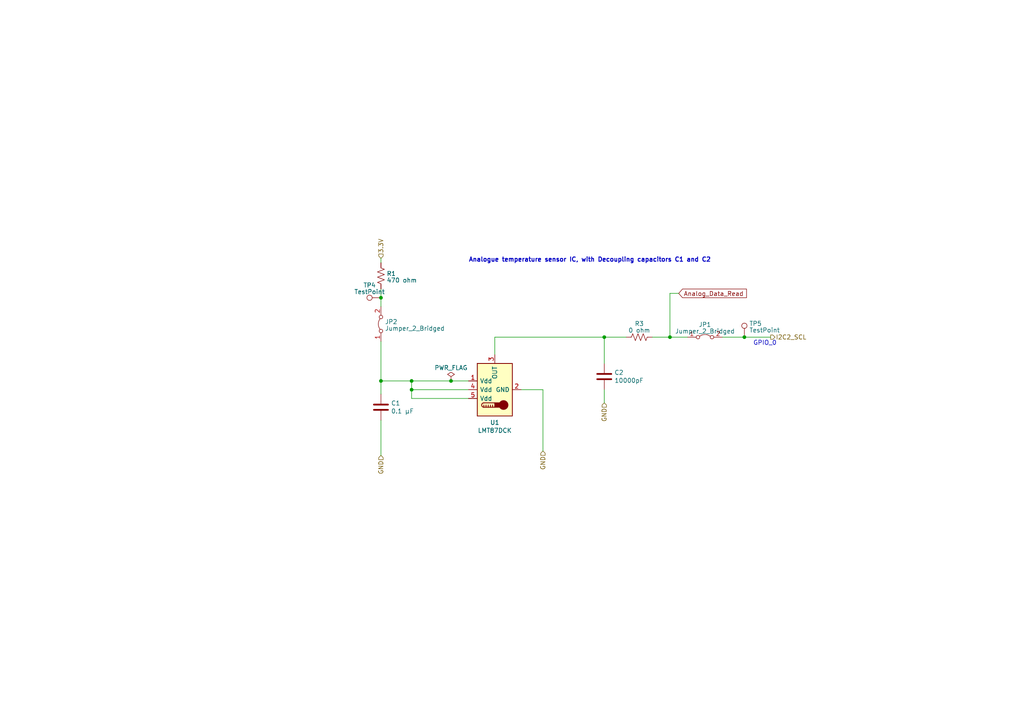
<source format=kicad_sch>
(kicad_sch (version 20230121) (generator eeschema)

  (uuid ba80147f-dc82-4fcf-845a-23f039ad7409)

  (paper "A4")

  (title_block
    (title "Analogue Temp Sensor")
    (date "2023-03-20")
    (rev "v0.11")
    (company "University of Cape Town")
    (comment 4 "Author: Joachim Gengan")
  )

  (lib_symbols
    (symbol "Connector:TestPoint" (pin_numbers hide) (pin_names (offset 0.762) hide) (in_bom yes) (on_board yes)
      (property "Reference" "TP" (at 0 6.858 0)
        (effects (font (size 1.27 1.27)))
      )
      (property "Value" "TestPoint" (at 0 5.08 0)
        (effects (font (size 1.27 1.27)))
      )
      (property "Footprint" "" (at 5.08 0 0)
        (effects (font (size 1.27 1.27)) hide)
      )
      (property "Datasheet" "~" (at 5.08 0 0)
        (effects (font (size 1.27 1.27)) hide)
      )
      (property "ki_keywords" "test point tp" (at 0 0 0)
        (effects (font (size 1.27 1.27)) hide)
      )
      (property "ki_description" "test point" (at 0 0 0)
        (effects (font (size 1.27 1.27)) hide)
      )
      (property "ki_fp_filters" "Pin* Test*" (at 0 0 0)
        (effects (font (size 1.27 1.27)) hide)
      )
      (symbol "TestPoint_0_1"
        (circle (center 0 3.302) (radius 0.762)
          (stroke (width 0) (type default))
          (fill (type none))
        )
      )
      (symbol "TestPoint_1_1"
        (pin passive line (at 0 0 90) (length 2.54)
          (name "1" (effects (font (size 1.27 1.27))))
          (number "1" (effects (font (size 1.27 1.27))))
        )
      )
    )
    (symbol "Device:C" (pin_numbers hide) (pin_names (offset 0.254)) (in_bom yes) (on_board yes)
      (property "Reference" "C" (at 0.635 2.54 0)
        (effects (font (size 1.27 1.27)) (justify left))
      )
      (property "Value" "C" (at 0.635 -2.54 0)
        (effects (font (size 1.27 1.27)) (justify left))
      )
      (property "Footprint" "" (at 0.9652 -3.81 0)
        (effects (font (size 1.27 1.27)) hide)
      )
      (property "Datasheet" "~" (at 0 0 0)
        (effects (font (size 1.27 1.27)) hide)
      )
      (property "ki_keywords" "cap capacitor" (at 0 0 0)
        (effects (font (size 1.27 1.27)) hide)
      )
      (property "ki_description" "Unpolarized capacitor" (at 0 0 0)
        (effects (font (size 1.27 1.27)) hide)
      )
      (property "ki_fp_filters" "C_*" (at 0 0 0)
        (effects (font (size 1.27 1.27)) hide)
      )
      (symbol "C_0_1"
        (polyline
          (pts
            (xy -2.032 -0.762)
            (xy 2.032 -0.762)
          )
          (stroke (width 0.508) (type default))
          (fill (type none))
        )
        (polyline
          (pts
            (xy -2.032 0.762)
            (xy 2.032 0.762)
          )
          (stroke (width 0.508) (type default))
          (fill (type none))
        )
      )
      (symbol "C_1_1"
        (pin passive line (at 0 3.81 270) (length 2.794)
          (name "~" (effects (font (size 1.27 1.27))))
          (number "1" (effects (font (size 1.27 1.27))))
        )
        (pin passive line (at 0 -3.81 90) (length 2.794)
          (name "~" (effects (font (size 1.27 1.27))))
          (number "2" (effects (font (size 1.27 1.27))))
        )
      )
    )
    (symbol "Device:R_US" (pin_numbers hide) (pin_names (offset 0)) (in_bom yes) (on_board yes)
      (property "Reference" "R" (at 2.54 0 90)
        (effects (font (size 1.27 1.27)))
      )
      (property "Value" "R_US" (at -2.54 0 90)
        (effects (font (size 1.27 1.27)))
      )
      (property "Footprint" "" (at 1.016 -0.254 90)
        (effects (font (size 1.27 1.27)) hide)
      )
      (property "Datasheet" "~" (at 0 0 0)
        (effects (font (size 1.27 1.27)) hide)
      )
      (property "ki_keywords" "R res resistor" (at 0 0 0)
        (effects (font (size 1.27 1.27)) hide)
      )
      (property "ki_description" "Resistor, US symbol" (at 0 0 0)
        (effects (font (size 1.27 1.27)) hide)
      )
      (property "ki_fp_filters" "R_*" (at 0 0 0)
        (effects (font (size 1.27 1.27)) hide)
      )
      (symbol "R_US_0_1"
        (polyline
          (pts
            (xy 0 -2.286)
            (xy 0 -2.54)
          )
          (stroke (width 0) (type default))
          (fill (type none))
        )
        (polyline
          (pts
            (xy 0 2.286)
            (xy 0 2.54)
          )
          (stroke (width 0) (type default))
          (fill (type none))
        )
        (polyline
          (pts
            (xy 0 -0.762)
            (xy 1.016 -1.143)
            (xy 0 -1.524)
            (xy -1.016 -1.905)
            (xy 0 -2.286)
          )
          (stroke (width 0) (type default))
          (fill (type none))
        )
        (polyline
          (pts
            (xy 0 0.762)
            (xy 1.016 0.381)
            (xy 0 0)
            (xy -1.016 -0.381)
            (xy 0 -0.762)
          )
          (stroke (width 0) (type default))
          (fill (type none))
        )
        (polyline
          (pts
            (xy 0 2.286)
            (xy 1.016 1.905)
            (xy 0 1.524)
            (xy -1.016 1.143)
            (xy 0 0.762)
          )
          (stroke (width 0) (type default))
          (fill (type none))
        )
      )
      (symbol "R_US_1_1"
        (pin passive line (at 0 3.81 270) (length 1.27)
          (name "~" (effects (font (size 1.27 1.27))))
          (number "1" (effects (font (size 1.27 1.27))))
        )
        (pin passive line (at 0 -3.81 90) (length 1.27)
          (name "~" (effects (font (size 1.27 1.27))))
          (number "2" (effects (font (size 1.27 1.27))))
        )
      )
    )
    (symbol "Jumper:Jumper_2_Bridged" (pin_names (offset 0) hide) (in_bom yes) (on_board yes)
      (property "Reference" "JP" (at 0 1.905 0)
        (effects (font (size 1.27 1.27)))
      )
      (property "Value" "Jumper_2_Bridged" (at 0 -2.54 0)
        (effects (font (size 1.27 1.27)))
      )
      (property "Footprint" "" (at 0 0 0)
        (effects (font (size 1.27 1.27)) hide)
      )
      (property "Datasheet" "~" (at 0 0 0)
        (effects (font (size 1.27 1.27)) hide)
      )
      (property "ki_keywords" "Jumper SPST" (at 0 0 0)
        (effects (font (size 1.27 1.27)) hide)
      )
      (property "ki_description" "Jumper, 2-pole, closed/bridged" (at 0 0 0)
        (effects (font (size 1.27 1.27)) hide)
      )
      (property "ki_fp_filters" "Jumper* TestPoint*2Pads* TestPoint*Bridge*" (at 0 0 0)
        (effects (font (size 1.27 1.27)) hide)
      )
      (symbol "Jumper_2_Bridged_0_0"
        (circle (center -2.032 0) (radius 0.508)
          (stroke (width 0) (type default))
          (fill (type none))
        )
        (circle (center 2.032 0) (radius 0.508)
          (stroke (width 0) (type default))
          (fill (type none))
        )
      )
      (symbol "Jumper_2_Bridged_0_1"
        (arc (start 1.524 0.254) (mid 0 0.762) (end -1.524 0.254)
          (stroke (width 0) (type default))
          (fill (type none))
        )
      )
      (symbol "Jumper_2_Bridged_1_1"
        (pin passive line (at -5.08 0 0) (length 2.54)
          (name "A" (effects (font (size 1.27 1.27))))
          (number "1" (effects (font (size 1.27 1.27))))
        )
        (pin passive line (at 5.08 0 180) (length 2.54)
          (name "B" (effects (font (size 1.27 1.27))))
          (number "2" (effects (font (size 1.27 1.27))))
        )
      )
    )
    (symbol "power:PWR_FLAG" (power) (pin_numbers hide) (pin_names (offset 0) hide) (in_bom yes) (on_board yes)
      (property "Reference" "#FLG" (at 0 1.905 0)
        (effects (font (size 1.27 1.27)) hide)
      )
      (property "Value" "PWR_FLAG" (at 0 3.81 0)
        (effects (font (size 1.27 1.27)))
      )
      (property "Footprint" "" (at 0 0 0)
        (effects (font (size 1.27 1.27)) hide)
      )
      (property "Datasheet" "~" (at 0 0 0)
        (effects (font (size 1.27 1.27)) hide)
      )
      (property "ki_keywords" "flag power" (at 0 0 0)
        (effects (font (size 1.27 1.27)) hide)
      )
      (property "ki_description" "Special symbol for telling ERC where power comes from" (at 0 0 0)
        (effects (font (size 1.27 1.27)) hide)
      )
      (symbol "PWR_FLAG_0_0"
        (pin power_out line (at 0 0 90) (length 0)
          (name "pwr" (effects (font (size 1.27 1.27))))
          (number "1" (effects (font (size 1.27 1.27))))
        )
      )
      (symbol "PWR_FLAG_0_1"
        (polyline
          (pts
            (xy 0 0)
            (xy 0 1.27)
            (xy -1.016 1.905)
            (xy 0 2.54)
            (xy 1.016 1.905)
            (xy 0 1.27)
          )
          (stroke (width 0) (type default))
          (fill (type none))
        )
      )
    )
    (symbol "schematicDraft-rescue:LMT87DCK-Sensor_Temperature" (pin_names (offset 0.762)) (in_bom yes) (on_board yes)
      (property "Reference" "U" (at -6.35 6.35 0)
        (effects (font (size 1.27 1.27)))
      )
      (property "Value" "Sensor_Temperature_LMT87DCK" (at 5.08 6.35 0)
        (effects (font (size 1.27 1.27)) (justify left))
      )
      (property "Footprint" "Package_TO_SOT_SMD:SOT-353_SC-70-5" (at 0 -10.16 0)
        (effects (font (size 1.27 1.27)) hide)
      )
      (property "Datasheet" "" (at 0 0 0)
        (effects (font (size 1.27 1.27)) hide)
      )
      (property "ki_fp_filters" "SC-70-*" (at 0 0 0)
        (effects (font (size 1.27 1.27)) hide)
      )
      (symbol "LMT87DCK-Sensor_Temperature_0_1"
        (rectangle (start -7.62 5.08) (end 7.62 -5.08)
          (stroke (width 0.254) (type solid))
          (fill (type background))
        )
        (circle (center -4.445 -2.54) (radius 1.27)
          (stroke (width 0.254) (type solid))
          (fill (type outline))
        )
        (rectangle (start -3.81 -1.905) (end -5.08 0)
          (stroke (width 0.254) (type solid))
          (fill (type outline))
        )
        (arc (start -3.81 3.175) (mid -4.445 3.8073) (end -5.08 3.175)
          (stroke (width 0.254) (type solid))
          (fill (type none))
        )
        (polyline
          (pts
            (xy -5.08 0.635)
            (xy -4.445 0.635)
          )
          (stroke (width 0.254) (type solid))
          (fill (type none))
        )
        (polyline
          (pts
            (xy -5.08 1.27)
            (xy -4.445 1.27)
          )
          (stroke (width 0.254) (type solid))
          (fill (type none))
        )
        (polyline
          (pts
            (xy -5.08 1.905)
            (xy -4.445 1.905)
          )
          (stroke (width 0.254) (type solid))
          (fill (type none))
        )
        (polyline
          (pts
            (xy -5.08 2.54)
            (xy -4.445 2.54)
          )
          (stroke (width 0.254) (type solid))
          (fill (type none))
        )
        (polyline
          (pts
            (xy -5.08 3.175)
            (xy -5.08 0)
          )
          (stroke (width 0.254) (type solid))
          (fill (type none))
        )
        (polyline
          (pts
            (xy -5.08 3.175)
            (xy -4.445 3.175)
          )
          (stroke (width 0.254) (type solid))
          (fill (type none))
        )
        (polyline
          (pts
            (xy -3.81 3.175)
            (xy -3.81 0)
          )
          (stroke (width 0.254) (type solid))
          (fill (type none))
        )
      )
      (symbol "LMT87DCK-Sensor_Temperature_1_1"
        (pin power_in line (at 2.54 7.62 270) (length 2.54)
          (name "Vdd" (effects (font (size 1.27 1.27))))
          (number "1" (effects (font (size 1.27 1.27))))
        )
        (pin power_in line (at 0 -7.62 90) (length 2.54)
          (name "GND" (effects (font (size 1.27 1.27))))
          (number "2" (effects (font (size 1.27 1.27))))
        )
        (pin output line (at 10.16 0 180) (length 2.54)
          (name "OUT" (effects (font (size 1.27 1.27))))
          (number "3" (effects (font (size 1.27 1.27))))
        )
        (pin power_in line (at 0 7.62 270) (length 2.54)
          (name "Vdd" (effects (font (size 1.27 1.27))))
          (number "4" (effects (font (size 1.27 1.27))))
        )
        (pin power_in line (at -2.54 7.62 270) (length 2.54)
          (name "Vdd" (effects (font (size 1.27 1.27))))
          (number "5" (effects (font (size 1.27 1.27))))
        )
      )
    )
  )


  (junction (at 110.49 86.36) (diameter 0) (color 0 0 0 0)
    (uuid 28372600-d310-47ca-8af3-99f8770e4ce1)
  )
  (junction (at 215.9 97.79) (diameter 0) (color 0 0 0 0)
    (uuid 2d530c79-e4ca-41fe-a3f3-7d641cec175c)
  )
  (junction (at 194.31 97.79) (diameter 0) (color 0 0 0 0)
    (uuid 2e9b419a-2215-401f-8575-6832ca76b67d)
  )
  (junction (at 130.81 110.49) (diameter 0) (color 0 0 0 0)
    (uuid 7a937f71-46f3-4137-8186-2b2daffc32d5)
  )
  (junction (at 119.38 113.03) (diameter 0) (color 0 0 0 0)
    (uuid 86b96dae-0d37-488a-baac-b9359b804d43)
  )
  (junction (at 175.26 97.79) (diameter 0) (color 0 0 0 0)
    (uuid 9374314b-edce-465f-ac1a-3aa888a7316b)
  )
  (junction (at 110.49 110.49) (diameter 0) (color 0 0 0 0)
    (uuid a8f4d13e-7f3a-4e3b-983a-b73a65ba43db)
  )
  (junction (at 119.38 110.49) (diameter 0) (color 0 0 0 0)
    (uuid d16e3437-b4ce-49ab-9539-1107b97eeb38)
  )

  (wire (pts (xy 119.38 110.49) (xy 130.81 110.49))
    (stroke (width 0) (type default))
    (uuid 047cdf15-d85b-4cc4-bed0-6b491201078c)
  )
  (wire (pts (xy 135.89 113.03) (xy 119.38 113.03))
    (stroke (width 0) (type default))
    (uuid 07189593-fd73-468e-ad26-58945323668e)
  )
  (wire (pts (xy 157.48 113.03) (xy 157.48 130.81))
    (stroke (width 0) (type default))
    (uuid 135db79c-9eeb-4bdf-ac3c-0919c9cb497c)
  )
  (wire (pts (xy 189.23 97.79) (xy 194.31 97.79))
    (stroke (width 0) (type default))
    (uuid 2ce26b72-c2fe-45e8-a6f8-ee9877d5d515)
  )
  (wire (pts (xy 143.51 102.87) (xy 143.51 97.79))
    (stroke (width 0) (type default))
    (uuid 2d8a2f15-f0ea-4083-8c59-9f0aa2c14332)
  )
  (wire (pts (xy 151.13 113.03) (xy 157.48 113.03))
    (stroke (width 0) (type default))
    (uuid 2f854620-7d83-4837-917e-3b6549a93e79)
  )
  (wire (pts (xy 110.49 74.93) (xy 110.49 76.2))
    (stroke (width 0) (type default))
    (uuid 35cbad9f-4097-4499-8124-a1d9f67297e7)
  )
  (wire (pts (xy 194.31 85.09) (xy 194.31 97.79))
    (stroke (width 0) (type default))
    (uuid 399c8fc1-03e2-45af-8441-a4a1f3fba039)
  )
  (wire (pts (xy 110.49 83.82) (xy 110.49 86.36))
    (stroke (width 0) (type default))
    (uuid 4ca8552f-1b17-4a34-84ff-5ee875291659)
  )
  (wire (pts (xy 110.49 86.36) (xy 110.49 88.9))
    (stroke (width 0) (type default))
    (uuid 4d1d65f6-65a4-4b7b-985f-1b8909facd82)
  )
  (wire (pts (xy 135.89 115.57) (xy 119.38 115.57))
    (stroke (width 0) (type default))
    (uuid 5ae23412-7f84-4363-9c36-87883959ba25)
  )
  (wire (pts (xy 110.49 110.49) (xy 119.38 110.49))
    (stroke (width 0) (type default))
    (uuid 622fa073-3e5d-4409-8b93-12ff2c73028b)
  )
  (wire (pts (xy 196.85 85.09) (xy 194.31 85.09))
    (stroke (width 0) (type default))
    (uuid 6b589c50-c62d-47bc-8120-234464f1b645)
  )
  (wire (pts (xy 215.9 97.79) (xy 223.52 97.79))
    (stroke (width 0) (type default))
    (uuid 7083a98d-53e8-49ff-aee2-1a3496de2724)
  )
  (wire (pts (xy 110.49 99.06) (xy 110.49 110.49))
    (stroke (width 0) (type default))
    (uuid 9278cf18-27c0-43e5-92b1-44cea2bca44e)
  )
  (wire (pts (xy 209.55 97.79) (xy 215.9 97.79))
    (stroke (width 0) (type default))
    (uuid 9ddd4004-64fb-4313-9187-e286c2a820d6)
  )
  (wire (pts (xy 175.26 113.03) (xy 175.26 116.84))
    (stroke (width 0) (type default))
    (uuid a7dc194a-464c-41a7-b182-87f24d862ae1)
  )
  (wire (pts (xy 119.38 115.57) (xy 119.38 113.03))
    (stroke (width 0) (type default))
    (uuid a8105ad2-fffd-421c-92f0-48a99a53fba3)
  )
  (wire (pts (xy 110.49 132.08) (xy 110.49 121.92))
    (stroke (width 0) (type default))
    (uuid a9238270-a499-44d7-83d1-73a544942f19)
  )
  (wire (pts (xy 119.38 113.03) (xy 119.38 110.49))
    (stroke (width 0) (type default))
    (uuid ce8d5c70-2ed6-4878-8a06-cfaa89d7adfc)
  )
  (wire (pts (xy 175.26 97.79) (xy 181.61 97.79))
    (stroke (width 0) (type default))
    (uuid d6e20066-3656-49ce-bc7a-efd0f9106d69)
  )
  (wire (pts (xy 194.31 97.79) (xy 199.39 97.79))
    (stroke (width 0) (type default))
    (uuid e532d03e-74a9-49e3-88a6-05ff58b09c20)
  )
  (wire (pts (xy 130.81 110.49) (xy 135.89 110.49))
    (stroke (width 0) (type default))
    (uuid ecb2d9e3-edbc-41b1-9e60-3aac87cde711)
  )
  (wire (pts (xy 175.26 97.79) (xy 175.26 105.41))
    (stroke (width 0) (type default))
    (uuid ef55c3a9-508b-401c-9a57-15a85c413f56)
  )
  (wire (pts (xy 110.49 110.49) (xy 110.49 114.3))
    (stroke (width 0) (type default))
    (uuid f2414591-2587-4673-84ff-12cf246d9832)
  )
  (wire (pts (xy 143.51 97.79) (xy 175.26 97.79))
    (stroke (width 0) (type default))
    (uuid fbe2f312-d208-4f2d-b1c7-7c9e936e3592)
  )

  (text "GPIO_0" (at 218.44 100.33 0)
    (effects (font (size 1.27 1.27)) (justify left bottom))
    (uuid 1f428d1a-8777-4482-85dd-b32ebbb2046e)
  )
  (text "Analogue temperature sensor IC, with Decoupling capacitors C1 and C2"
    (at 135.89 76.2 0)
    (effects (font (size 1.27 1.27) (thickness 0.254) bold) (justify left bottom))
    (uuid c03389d1-f897-400c-8049-8a263a8d11f5)
  )

  (global_label "Analog_Data_Read" (shape input) (at 196.85 85.09 0) (fields_autoplaced)
    (effects (font (size 1.27 1.27)) (justify left))
    (uuid 1c7607e1-707d-47fc-a8ad-5b4c30bfb5e6)
    (property "Intersheetrefs" "${INTERSHEET_REFS}" (at 216.3369 85.09 0)
      (effects (font (size 1.27 1.27)) (justify left) hide)
    )
  )

  (hierarchical_label "3.3V" (shape input) (at 110.49 74.93 90) (fields_autoplaced)
    (effects (font (size 1.27 1.27)) (justify left))
    (uuid 2cfb9182-c961-4f5e-9aab-c262d2c8eb4b)
  )
  (hierarchical_label "GND" (shape input) (at 157.48 130.81 270) (fields_autoplaced)
    (effects (font (size 1.27 1.27)) (justify right))
    (uuid 31e1cc59-657b-4c77-8289-256d6200bf70)
  )
  (hierarchical_label "GND" (shape input) (at 175.26 116.84 270) (fields_autoplaced)
    (effects (font (size 1.27 1.27)) (justify right))
    (uuid 6466a2a4-eaa5-4b2c-aa8c-ed74e9e87d08)
  )
  (hierarchical_label "GND" (shape input) (at 110.49 132.08 270) (fields_autoplaced)
    (effects (font (size 1.27 1.27)) (justify right))
    (uuid d3a4c037-503a-454e-abce-a5d0473f0daa)
  )
  (hierarchical_label "I2C2_SCL" (shape output) (at 223.52 97.79 0) (fields_autoplaced)
    (effects (font (size 1.27 1.27)) (justify left))
    (uuid e877cf26-b9b9-4585-b70e-74b136c3dc8f)
  )

  (symbol (lib_id "schematicDraft-rescue:LMT87DCK-Sensor_Temperature") (at 143.51 113.03 90) (unit 1)
    (in_bom yes) (on_board yes) (dnp no)
    (uuid 00000000-0000-0000-0000-00006404ab95)
    (property "Reference" "U1" (at 143.51 122.555 90)
      (effects (font (size 1.27 1.27)))
    )
    (property "Value" "LMT87DCK" (at 143.51 124.8664 90)
      (effects (font (size 1.27 1.27)))
    )
    (property "Footprint" "Package_TO_SOT_SMD:SOT-353_SC-70-5" (at 153.67 113.03 0)
      (effects (font (size 1.27 1.27)) hide)
    )
    (property "Datasheet" "http://www.ti.com/lit/ds/symlink/lmt87-q1.pdf" (at 143.51 113.03 0)
      (effects (font (size 1.27 1.27)) hide)
    )
    (property "Cost Per unit" "$0.9435" (at 143.51 113.03 0)
      (effects (font (size 1.27 1.27)) hide)
    )
    (property "JLC Part Number" "C206058" (at 143.51 113.03 0)
      (effects (font (size 1.27 1.27)) hide)
    )
    (property "Total Cost" "$0.9435" (at 143.51 113.03 0)
      (effects (font (size 1.27 1.27)) hide)
    )
    (pin "1" (uuid a34886c4-c4f2-4c86-bd47-220d6d543944))
    (pin "2" (uuid 831b9164-5138-40ed-bd2e-c7d95d8d9a02))
    (pin "3" (uuid 1ca6c823-2946-4ac5-a0e1-c94523f711ee))
    (pin "4" (uuid 850c654f-9687-4f5a-b744-94b12a3f0e3b))
    (pin "5" (uuid cbc840b4-6d1c-4a8a-b565-0b429da4b312))
    (instances
      (project "main_v0.6"
        (path "/fb343421-d6b0-4cce-ac68-099621c469ba/00000000-0000-0000-0000-00006404a2b1"
          (reference "U1") (unit 1)
        )
      )
    )
  )

  (symbol (lib_id "Device:C") (at 175.26 109.22 0) (unit 1)
    (in_bom yes) (on_board yes) (dnp no)
    (uuid 00000000-0000-0000-0000-00006404ce08)
    (property "Reference" "C2" (at 178.181 108.0516 0)
      (effects (font (size 1.27 1.27)) (justify left))
    )
    (property "Value" "10000pF" (at 178.181 110.363 0)
      (effects (font (size 1.27 1.27)) (justify left))
    )
    (property "Footprint" "Capacitor_SMD:C_0805_2012Metric" (at 176.2252 113.03 0)
      (effects (font (size 1.27 1.27)) hide)
    )
    (property "Datasheet" "~" (at 175.26 109.22 0)
      (effects (font (size 1.27 1.27)) hide)
    )
    (property "Cost Per unit" "US$0.0027" (at 175.26 109.22 0)
      (effects (font (size 1.27 1.27)) hide)
    )
    (property "JLC Part Number" "NA" (at 175.26 109.22 0)
      (effects (font (size 1.27 1.27)) hide)
    )
    (property "Total Cost" "US$0.0027" (at 175.26 109.22 0)
      (effects (font (size 1.27 1.27)) hide)
    )
    (pin "1" (uuid c92c8f0c-e900-4bf3-a772-371a9a1aa3bb))
    (pin "2" (uuid ceb10c2f-15e1-44c5-9c8a-b832f07cd134))
    (instances
      (project "main_v0.6"
        (path "/fb343421-d6b0-4cce-ac68-099621c469ba/00000000-0000-0000-0000-00006404a2b1"
          (reference "C2") (unit 1)
        )
      )
    )
  )

  (symbol (lib_id "Device:C") (at 110.49 118.11 0) (unit 1)
    (in_bom yes) (on_board yes) (dnp no)
    (uuid 00000000-0000-0000-0000-00006404e304)
    (property "Reference" "C1" (at 113.411 116.9416 0)
      (effects (font (size 1.27 1.27)) (justify left))
    )
    (property "Value" "0.1 µF" (at 113.411 119.253 0)
      (effects (font (size 1.27 1.27)) (justify left))
    )
    (property "Footprint" "Capacitor_SMD:C_0805_2012Metric" (at 111.4552 121.92 0)
      (effects (font (size 1.27 1.27)) hide)
    )
    (property "Datasheet" "~" (at 110.49 118.11 0)
      (effects (font (size 1.27 1.27)) hide)
    )
    (property "Cost Per unit" "US$0.0034" (at 110.49 118.11 0)
      (effects (font (size 1.27 1.27)) hide)
    )
    (property "JLC Part Number" "NA" (at 110.49 118.11 0)
      (effects (font (size 1.27 1.27)) hide)
    )
    (property "Total Cost" "US$0.0034" (at 110.49 118.11 0)
      (effects (font (size 1.27 1.27)) hide)
    )
    (pin "1" (uuid c3e65105-1f85-4fdc-9f7f-e361d29ea42c))
    (pin "2" (uuid 2914b400-aa83-401a-9ad8-32ee69a7c26c))
    (instances
      (project "main_v0.6"
        (path "/fb343421-d6b0-4cce-ac68-099621c469ba/00000000-0000-0000-0000-00006404a2b1"
          (reference "C1") (unit 1)
        )
      )
    )
  )

  (symbol (lib_id "Connector:TestPoint") (at 110.49 86.36 90) (unit 1)
    (in_bom yes) (on_board yes) (dnp no) (fields_autoplaced)
    (uuid 0e85f743-d114-4209-9f70-a379b6e471aa)
    (property "Reference" "TP4" (at 107.188 82.7151 90)
      (effects (font (size 1.27 1.27)))
    )
    (property "Value" "TestPoint" (at 107.188 84.6361 90)
      (effects (font (size 1.27 1.27)))
    )
    (property "Footprint" "TestPoint:TestPoint_Pad_D1.5mm" (at 110.49 81.28 0)
      (effects (font (size 1.27 1.27)) hide)
    )
    (property "Datasheet" "~" (at 110.49 81.28 0)
      (effects (font (size 1.27 1.27)) hide)
    )
    (pin "1" (uuid 4f9e4c05-6e70-4d05-b90b-129e552d9ddb))
    (instances
      (project "main_v0.6"
        (path "/fb343421-d6b0-4cce-ac68-099621c469ba/00000000-0000-0000-0000-00006404a2b1"
          (reference "TP4") (unit 1)
        )
      )
    )
  )

  (symbol (lib_id "Connector:TestPoint") (at 215.9 97.79 0) (unit 1)
    (in_bom yes) (on_board yes) (dnp no) (fields_autoplaced)
    (uuid 37d1285d-b1a8-42ad-aaba-1fdb3195fed0)
    (property "Reference" "TP5" (at 217.297 93.8443 0)
      (effects (font (size 1.27 1.27)) (justify left))
    )
    (property "Value" "TestPoint" (at 217.297 95.7653 0)
      (effects (font (size 1.27 1.27)) (justify left))
    )
    (property "Footprint" "TestPoint:TestPoint_Pad_D1.5mm" (at 220.98 97.79 0)
      (effects (font (size 1.27 1.27)) hide)
    )
    (property "Datasheet" "~" (at 220.98 97.79 0)
      (effects (font (size 1.27 1.27)) hide)
    )
    (pin "1" (uuid 33238b5f-8811-4fa8-9640-0c0c7930b46b))
    (instances
      (project "main_v0.6"
        (path "/fb343421-d6b0-4cce-ac68-099621c469ba/00000000-0000-0000-0000-00006404a2b1"
          (reference "TP5") (unit 1)
        )
      )
    )
  )

  (symbol (lib_id "Device:R_US") (at 185.42 97.79 90) (unit 1)
    (in_bom yes) (on_board yes) (dnp no) (fields_autoplaced)
    (uuid 4ef1b5c1-4e05-4bf6-a4c3-1d8d9bb24254)
    (property "Reference" "R3" (at 185.42 93.8911 90)
      (effects (font (size 1.27 1.27)))
    )
    (property "Value" "0 ohm" (at 185.42 95.8121 90)
      (effects (font (size 1.27 1.27)))
    )
    (property "Footprint" "Resistor_SMD:R_0603_1608Metric" (at 185.674 96.774 90)
      (effects (font (size 1.27 1.27)) hide)
    )
    (property "Datasheet" "~" (at 185.42 97.79 0)
      (effects (font (size 1.27 1.27)) hide)
    )
    (property "Cost Per unit" "US$0.0005" (at 185.42 97.79 0)
      (effects (font (size 1.27 1.27)) hide)
    )
    (property "JLC Part Number" "NA" (at 185.42 97.79 0)
      (effects (font (size 1.27 1.27)) hide)
    )
    (property "Total Cost" "US$0.0015" (at 185.42 97.79 0)
      (effects (font (size 1.27 1.27)) hide)
    )
    (pin "1" (uuid 9b4a442f-1426-4a27-8929-5296a21cac87))
    (pin "2" (uuid ace9da65-89c1-468d-b838-08b1a7b96a16))
    (instances
      (project "main_v0.6"
        (path "/fb343421-d6b0-4cce-ac68-099621c469ba/00000000-0000-0000-0000-00006404a2b1"
          (reference "R3") (unit 1)
        )
      )
    )
  )

  (symbol (lib_id "Jumper:Jumper_2_Bridged") (at 204.47 97.79 0) (unit 1)
    (in_bom yes) (on_board yes) (dnp no) (fields_autoplaced)
    (uuid acb2bea6-670b-4b1d-8a14-f0c032ab5880)
    (property "Reference" "JP1" (at 204.47 94.1451 0)
      (effects (font (size 1.27 1.27)))
    )
    (property "Value" "Jumper_2_Bridged" (at 204.47 96.0661 0)
      (effects (font (size 1.27 1.27)))
    )
    (property "Footprint" "Jumper:SolderJumper-2_P1.3mm_Bridged2Bar_Pad1.0x1.5mm" (at 204.47 97.79 0)
      (effects (font (size 1.27 1.27)) hide)
    )
    (property "Datasheet" "~" (at 204.47 97.79 0)
      (effects (font (size 1.27 1.27)) hide)
    )
    (pin "1" (uuid 136373f6-bb04-4da7-b552-633a3ceb8ae3))
    (pin "2" (uuid f1ae866e-2c70-4ba4-8bbf-8186fa35ba7d))
    (instances
      (project "main_v0.6"
        (path "/fb343421-d6b0-4cce-ac68-099621c469ba/00000000-0000-0000-0000-00006404a2b1"
          (reference "JP1") (unit 1)
        )
      )
    )
  )

  (symbol (lib_id "Device:R_US") (at 110.49 80.01 0) (unit 1)
    (in_bom yes) (on_board yes) (dnp no)
    (uuid d55c4854-b4ea-4bff-8b72-1a47390fb9af)
    (property "Reference" "R1" (at 112.141 79.3663 0)
      (effects (font (size 1.27 1.27)) (justify left))
    )
    (property "Value" "470 ohm" (at 112.141 81.2873 0)
      (effects (font (size 1.27 1.27)) (justify left))
    )
    (property "Footprint" "Resistor_SMD:R_0603_1608Metric" (at 111.506 80.264 90)
      (effects (font (size 1.27 1.27)) hide)
    )
    (property "Datasheet" "~" (at 110.49 80.01 0)
      (effects (font (size 1.27 1.27)) hide)
    )
    (property "Cost Per unit" "US$0.0005" (at 110.49 80.01 0)
      (effects (font (size 1.27 1.27)) hide)
    )
    (property "JLC Part Number" "C25118" (at 110.49 80.01 0)
      (effects (font (size 1.27 1.27)) hide)
    )
    (property "Total Cost" "US$0.0015" (at 110.49 80.01 0)
      (effects (font (size 1.27 1.27)) hide)
    )
    (pin "1" (uuid eee5d035-ce26-4468-a40f-fe690bc42d0b))
    (pin "2" (uuid 45647be0-3b53-40da-bc52-8b8326e56395))
    (instances
      (project "main_v0.6"
        (path "/fb343421-d6b0-4cce-ac68-099621c469ba/00000000-0000-0000-0000-00006404a2b1"
          (reference "R1") (unit 1)
        )
      )
    )
  )

  (symbol (lib_id "power:PWR_FLAG") (at 130.81 110.49 0) (unit 1)
    (in_bom yes) (on_board yes) (dnp no) (fields_autoplaced)
    (uuid ed2aa3b0-9adf-44c0-b40e-f87ee6a4a0c4)
    (property "Reference" "#FLG02" (at 130.81 108.585 0)
      (effects (font (size 1.27 1.27)) hide)
    )
    (property "Value" "PWR_FLAG" (at 130.81 106.68 0)
      (effects (font (size 1.27 1.27)))
    )
    (property "Footprint" "" (at 130.81 110.49 0)
      (effects (font (size 1.27 1.27)) hide)
    )
    (property "Datasheet" "~" (at 130.81 110.49 0)
      (effects (font (size 1.27 1.27)) hide)
    )
    (pin "1" (uuid c1e27046-c4a8-4b11-b0d3-5c0b81ac1afd))
    (instances
      (project "main_v0.6"
        (path "/fb343421-d6b0-4cce-ac68-099621c469ba/00000000-0000-0000-0000-00006404a2b1"
          (reference "#FLG02") (unit 1)
        )
      )
    )
  )

  (symbol (lib_id "Jumper:Jumper_2_Bridged") (at 110.49 93.98 90) (unit 1)
    (in_bom yes) (on_board yes) (dnp no) (fields_autoplaced)
    (uuid f145626b-96dd-4a77-8cfd-5a8577ffad8c)
    (property "Reference" "JP2" (at 111.633 93.3363 90)
      (effects (font (size 1.27 1.27)) (justify right))
    )
    (property "Value" "Jumper_2_Bridged" (at 111.633 95.2573 90)
      (effects (font (size 1.27 1.27)) (justify right))
    )
    (property "Footprint" "Jumper:SolderJumper-2_P1.3mm_Bridged2Bar_Pad1.0x1.5mm" (at 110.49 93.98 0)
      (effects (font (size 1.27 1.27)) hide)
    )
    (property "Datasheet" "~" (at 110.49 93.98 0)
      (effects (font (size 1.27 1.27)) hide)
    )
    (pin "1" (uuid 5fc07e41-bf84-41f6-b09d-2d27cee91155))
    (pin "2" (uuid 97e50ea1-01f5-4ee9-a5fe-02f474de9fe7))
    (instances
      (project "main_v0.6"
        (path "/fb343421-d6b0-4cce-ac68-099621c469ba/00000000-0000-0000-0000-00006404a2b1"
          (reference "JP2") (unit 1)
        )
      )
    )
  )
)

</source>
